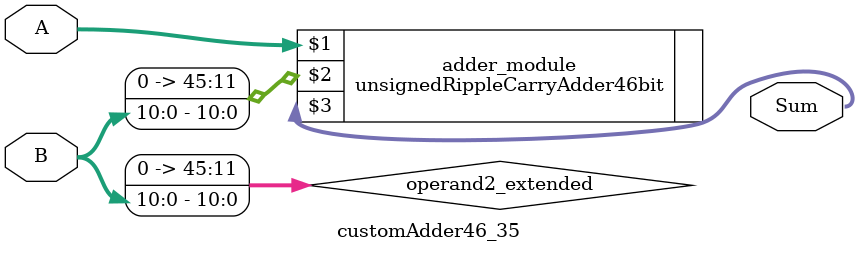
<source format=v>
module customAdder46_35(
                        input [45 : 0] A,
                        input [10 : 0] B,
                        
                        output [46 : 0] Sum
                );

        wire [45 : 0] operand2_extended;
        
        assign operand2_extended =  {35'b0, B};
        
        unsignedRippleCarryAdder46bit adder_module(
            A,
            operand2_extended,
            Sum
        );
        
        endmodule
        
</source>
